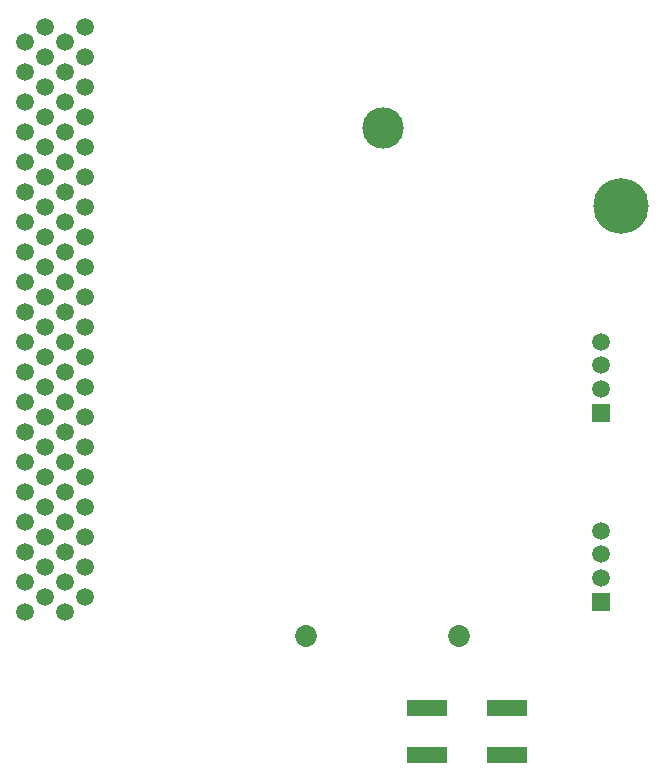
<source format=gbs>
G75*
%MOIN*%
%OFA0B0*%
%FSLAX25Y25*%
%IPPOS*%
%LPD*%
%AMOC8*
5,1,8,0,0,1.08239X$1,22.5*
%
%ADD10C,0.18517*%
%ADD11C,0.05950*%
%ADD12C,0.07296*%
%ADD13C,0.13792*%
%ADD14R,0.05950X0.05950*%
%ADD15R,0.13398X0.05524*%
D10*
X0211661Y0197482D03*
D11*
X0013000Y0061970D03*
X0019693Y0066970D03*
X0026386Y0061970D03*
X0033079Y0066970D03*
X0026386Y0071970D03*
X0019693Y0076970D03*
X0026386Y0081970D03*
X0019693Y0086970D03*
X0026386Y0091970D03*
X0019693Y0096970D03*
X0026386Y0101970D03*
X0019693Y0106970D03*
X0026386Y0111970D03*
X0019693Y0116970D03*
X0026386Y0121970D03*
X0019693Y0126970D03*
X0026386Y0131970D03*
X0019693Y0136970D03*
X0026386Y0141970D03*
X0019693Y0146970D03*
X0026386Y0151970D03*
X0019693Y0156970D03*
X0026386Y0161970D03*
X0019693Y0166970D03*
X0026386Y0171970D03*
X0019693Y0176970D03*
X0026386Y0181970D03*
X0019693Y0186970D03*
X0026386Y0191970D03*
X0019693Y0196970D03*
X0026386Y0201970D03*
X0019693Y0206970D03*
X0026386Y0211970D03*
X0019693Y0216970D03*
X0026386Y0221970D03*
X0019693Y0226970D03*
X0026386Y0231970D03*
X0019693Y0236970D03*
X0026386Y0241970D03*
X0019693Y0246970D03*
X0026386Y0251970D03*
X0019693Y0256970D03*
X0013000Y0251970D03*
X0013000Y0241970D03*
X0013000Y0231970D03*
X0013000Y0221970D03*
X0013000Y0211970D03*
X0013000Y0201970D03*
X0013000Y0191970D03*
X0013000Y0181970D03*
X0013000Y0171970D03*
X0013000Y0161970D03*
X0013000Y0151970D03*
X0013000Y0141970D03*
X0013000Y0131970D03*
X0013000Y0121970D03*
X0013000Y0111970D03*
X0013000Y0101970D03*
X0013000Y0091970D03*
X0013000Y0081970D03*
X0013000Y0071970D03*
X0033079Y0076970D03*
X0033079Y0086970D03*
X0033079Y0096970D03*
X0033079Y0106970D03*
X0033079Y0116970D03*
X0033079Y0126970D03*
X0033079Y0136970D03*
X0033079Y0146970D03*
X0033079Y0156970D03*
X0033079Y0166970D03*
X0033079Y0176970D03*
X0033079Y0186970D03*
X0033079Y0196970D03*
X0033079Y0206970D03*
X0033079Y0216970D03*
X0033079Y0226970D03*
X0033079Y0236970D03*
X0033079Y0246970D03*
X0033079Y0256970D03*
X0204969Y0152206D03*
X0204969Y0144332D03*
X0204969Y0136458D03*
X0204969Y0089214D03*
X0204969Y0081340D03*
X0204969Y0073466D03*
D12*
X0157858Y0054214D03*
X0106677Y0054214D03*
D13*
X0132268Y0223506D03*
D14*
X0204969Y0128584D03*
X0204969Y0065592D03*
D15*
X0173866Y0030159D03*
X0173866Y0014411D03*
X0147094Y0014411D03*
X0147094Y0030159D03*
M02*

</source>
